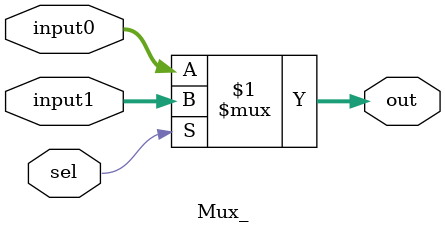
<source format=v>
`timescale 1ns / 1ps


module Mux_(
    input [4:0] input1,
    input [4:0] input0,
    input sel,
    output [4:0] out
    );
    
    assign out = sel ? input1 : input0;

endmodule

</source>
